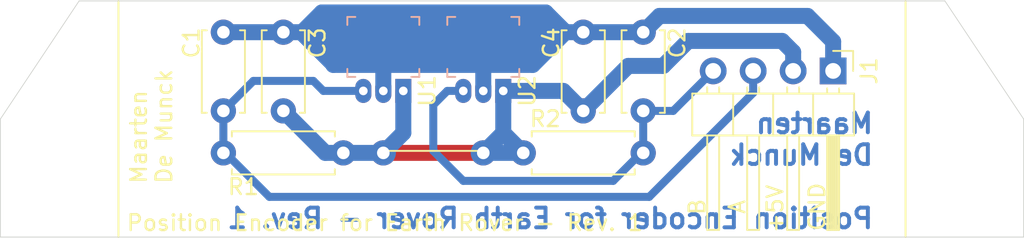
<source format=kicad_pcb>
(kicad_pcb (version 20171130) (host pcbnew 5.1.4+dfsg1-2)

  (general
    (thickness 1.6)
    (drawings 16)
    (tracks 59)
    (zones 0)
    (modules 11)
    (nets 5)
  )

  (page A4)
  (title_block
    (title "Position Encoder for Earth Rover")
    (date 2019-11-13)
    (rev 1)
    (company "Vijfendertig BVBA")
    (comment 1 "Designed by Maarten De Munck")
  )

  (layers
    (0 F.Cu signal)
    (31 B.Cu signal)
    (32 B.Adhes user)
    (33 F.Adhes user)
    (34 B.Paste user)
    (35 F.Paste user)
    (36 B.SilkS user)
    (37 F.SilkS user)
    (38 B.Mask user)
    (39 F.Mask user)
    (40 Dwgs.User user)
    (41 Cmts.User user)
    (42 Eco1.User user)
    (43 Eco2.User user)
    (44 Edge.Cuts user)
    (45 Margin user)
    (46 B.CrtYd user)
    (47 F.CrtYd user)
    (48 B.Fab user hide)
    (49 F.Fab user hide)
  )

  (setup
    (last_trace_width 1.016)
    (user_trace_width 0.508)
    (user_trace_width 1.016)
    (trace_clearance 0.2)
    (zone_clearance 0.508)
    (zone_45_only no)
    (trace_min 0.5)
    (via_size 0.8)
    (via_drill 0.4)
    (via_min_size 0.4)
    (via_min_drill 0.3)
    (uvia_size 0.3)
    (uvia_drill 0.1)
    (uvias_allowed no)
    (uvia_min_size 0.2)
    (uvia_min_drill 0.1)
    (edge_width 0.05)
    (segment_width 0.2)
    (pcb_text_width 0.3)
    (pcb_text_size 1.5 1.5)
    (mod_edge_width 0.12)
    (mod_text_size 1 1)
    (mod_text_width 0.15)
    (pad_size 1.524 1.524)
    (pad_drill 0.762)
    (pad_to_mask_clearance 0.051)
    (solder_mask_min_width 0.25)
    (aux_axis_origin 0 0)
    (visible_elements FFFFFF7F)
    (pcbplotparams
      (layerselection 0x010fc_ffffffff)
      (usegerberextensions false)
      (usegerberattributes false)
      (usegerberadvancedattributes false)
      (creategerberjobfile false)
      (excludeedgelayer true)
      (linewidth 0.100000)
      (plotframeref false)
      (viasonmask false)
      (mode 1)
      (useauxorigin false)
      (hpglpennumber 1)
      (hpglpenspeed 20)
      (hpglpendiameter 15.000000)
      (psnegative false)
      (psa4output false)
      (plotreference true)
      (plotvalue true)
      (plotinvisibletext false)
      (padsonsilk false)
      (subtractmaskfromsilk false)
      (outputformat 1)
      (mirror false)
      (drillshape 1)
      (scaleselection 1)
      (outputdirectory ""))
  )

  (net 0 "")
  (net 1 "Net-(C1-Pad1)")
  (net 2 GND)
  (net 3 "Net-(C2-Pad1)")
  (net 4 +5V)

  (net_class Default "Dit is de standaard class."
    (clearance 0.2)
    (trace_width 0.5)
    (via_dia 0.8)
    (via_drill 0.4)
    (uvia_dia 0.3)
    (uvia_drill 0.1)
    (diff_pair_width 0.5)
    (diff_pair_gap 0.25)
    (add_net +5V)
    (add_net GND)
    (add_net "Net-(C1-Pad1)")
    (add_net "Net-(C2-Pad1)")
  )

  (module MountingHole:MountingHole_2.7mm_M2.5_DIN965 (layer F.Cu) (tedit 56D1B4CB) (tstamp 5DCC5797)
    (at 128.4 87.7)
    (descr "Mounting Hole 2.7mm, no annular, M2.5, DIN965")
    (tags "mounting hole 2.7mm no annular m2.5 din965")
    (attr virtual)
    (fp_text reference REF** (at 0 -3.35) (layer F.SilkS) hide
      (effects (font (size 1 1) (thickness 0.15)))
    )
    (fp_text value MountingHole_2.7mm_M2.5_DIN965 (at 0 3.35) (layer F.Fab)
      (effects (font (size 1 1) (thickness 0.15)))
    )
    (fp_circle (center 0 0) (end 2.6 0) (layer F.CrtYd) (width 0.05))
    (fp_circle (center 0 0) (end 2.35 0) (layer Cmts.User) (width 0.15))
    (fp_text user %R (at 0.3 0) (layer F.Fab)
      (effects (font (size 1 1) (thickness 0.15)))
    )
    (pad 1 np_thru_hole circle (at 0 0) (size 2.7 2.7) (drill 2.7) (layers *.Cu *.Mask))
  )

  (module MountingHole:MountingHole_2.7mm_M2.5_DIN965 (layer F.Cu) (tedit 56D1B4CB) (tstamp 5DCC57C1)
    (at 186.4 87.7)
    (descr "Mounting Hole 2.7mm, no annular, M2.5, DIN965")
    (tags "mounting hole 2.7mm no annular m2.5 din965")
    (attr virtual)
    (fp_text reference REF** (at 0 -3.35) (layer F.SilkS) hide
      (effects (font (size 1 1) (thickness 0.15)))
    )
    (fp_text value MountingHole_2.7mm_M2.5_DIN965 (at 0 3.35) (layer F.Fab)
      (effects (font (size 1 1) (thickness 0.15)))
    )
    (fp_circle (center 0 0) (end 2.6 0) (layer F.CrtYd) (width 0.05))
    (fp_circle (center 0 0) (end 2.35 0) (layer Cmts.User) (width 0.15))
    (fp_text user %R (at 0.3 0) (layer F.Fab)
      (effects (font (size 1 1) (thickness 0.15)))
    )
    (pad 1 np_thru_hole circle (at 0 0) (size 2.7 2.7) (drill 2.7) (layers *.Cu *.Mask))
  )

  (module Connector_PinHeader_2.54mm:PinHeader_1x04_P2.54mm_Horizontal (layer F.Cu) (tedit 59FED5CB) (tstamp 5DCC58DE)
    (at 177.8 80.645 270)
    (descr "Through hole angled pin header, 1x04, 2.54mm pitch, 6mm pin length, single row")
    (tags "Through hole angled pin header THT 1x04 2.54mm single row")
    (path /5DCB9A7C)
    (fp_text reference J1 (at 0 -2.286 90) (layer F.SilkS)
      (effects (font (size 1 1) (thickness 0.15)))
    )
    (fp_text value Conn_01x04_Male (at 4.385 9.89 90) (layer F.Fab)
      (effects (font (size 1 1) (thickness 0.15)))
    )
    (fp_text user %R (at 2.77 3.81) (layer F.Fab)
      (effects (font (size 1 1) (thickness 0.15)))
    )
    (fp_line (start 10.55 -1.8) (end -1.8 -1.8) (layer F.CrtYd) (width 0.05))
    (fp_line (start 10.55 9.4) (end 10.55 -1.8) (layer F.CrtYd) (width 0.05))
    (fp_line (start -1.8 9.4) (end 10.55 9.4) (layer F.CrtYd) (width 0.05))
    (fp_line (start -1.8 -1.8) (end -1.8 9.4) (layer F.CrtYd) (width 0.05))
    (fp_line (start -1.27 -1.27) (end 0 -1.27) (layer F.SilkS) (width 0.12))
    (fp_line (start -1.27 0) (end -1.27 -1.27) (layer F.SilkS) (width 0.12))
    (fp_line (start 1.042929 8) (end 1.44 8) (layer F.SilkS) (width 0.12))
    (fp_line (start 1.042929 7.24) (end 1.44 7.24) (layer F.SilkS) (width 0.12))
    (fp_line (start 10.1 8) (end 4.1 8) (layer F.SilkS) (width 0.12))
    (fp_line (start 10.1 7.24) (end 10.1 8) (layer F.SilkS) (width 0.12))
    (fp_line (start 4.1 7.24) (end 10.1 7.24) (layer F.SilkS) (width 0.12))
    (fp_line (start 1.44 6.35) (end 4.1 6.35) (layer F.SilkS) (width 0.12))
    (fp_line (start 1.042929 5.46) (end 1.44 5.46) (layer F.SilkS) (width 0.12))
    (fp_line (start 1.042929 4.7) (end 1.44 4.7) (layer F.SilkS) (width 0.12))
    (fp_line (start 10.1 5.46) (end 4.1 5.46) (layer F.SilkS) (width 0.12))
    (fp_line (start 10.1 4.7) (end 10.1 5.46) (layer F.SilkS) (width 0.12))
    (fp_line (start 4.1 4.7) (end 10.1 4.7) (layer F.SilkS) (width 0.12))
    (fp_line (start 1.44 3.81) (end 4.1 3.81) (layer F.SilkS) (width 0.12))
    (fp_line (start 1.042929 2.92) (end 1.44 2.92) (layer F.SilkS) (width 0.12))
    (fp_line (start 1.042929 2.16) (end 1.44 2.16) (layer F.SilkS) (width 0.12))
    (fp_line (start 10.1 2.92) (end 4.1 2.92) (layer F.SilkS) (width 0.12))
    (fp_line (start 10.1 2.16) (end 10.1 2.92) (layer F.SilkS) (width 0.12))
    (fp_line (start 4.1 2.16) (end 10.1 2.16) (layer F.SilkS) (width 0.12))
    (fp_line (start 1.44 1.27) (end 4.1 1.27) (layer F.SilkS) (width 0.12))
    (fp_line (start 1.11 0.38) (end 1.44 0.38) (layer F.SilkS) (width 0.12))
    (fp_line (start 1.11 -0.38) (end 1.44 -0.38) (layer F.SilkS) (width 0.12))
    (fp_line (start 4.1 0.28) (end 10.1 0.28) (layer F.SilkS) (width 0.12))
    (fp_line (start 4.1 0.16) (end 10.1 0.16) (layer F.SilkS) (width 0.12))
    (fp_line (start 4.1 0.04) (end 10.1 0.04) (layer F.SilkS) (width 0.12))
    (fp_line (start 4.1 -0.08) (end 10.1 -0.08) (layer F.SilkS) (width 0.12))
    (fp_line (start 4.1 -0.2) (end 10.1 -0.2) (layer F.SilkS) (width 0.12))
    (fp_line (start 4.1 -0.32) (end 10.1 -0.32) (layer F.SilkS) (width 0.12))
    (fp_line (start 10.1 0.38) (end 4.1 0.38) (layer F.SilkS) (width 0.12))
    (fp_line (start 10.1 -0.38) (end 10.1 0.38) (layer F.SilkS) (width 0.12))
    (fp_line (start 4.1 -0.38) (end 10.1 -0.38) (layer F.SilkS) (width 0.12))
    (fp_line (start 4.1 -1.33) (end 1.44 -1.33) (layer F.SilkS) (width 0.12))
    (fp_line (start 4.1 8.95) (end 4.1 -1.33) (layer F.SilkS) (width 0.12))
    (fp_line (start 1.44 8.95) (end 4.1 8.95) (layer F.SilkS) (width 0.12))
    (fp_line (start 1.44 -1.33) (end 1.44 8.95) (layer F.SilkS) (width 0.12))
    (fp_line (start 4.04 7.94) (end 10.04 7.94) (layer F.Fab) (width 0.1))
    (fp_line (start 10.04 7.3) (end 10.04 7.94) (layer F.Fab) (width 0.1))
    (fp_line (start 4.04 7.3) (end 10.04 7.3) (layer F.Fab) (width 0.1))
    (fp_line (start -0.32 7.94) (end 1.5 7.94) (layer F.Fab) (width 0.1))
    (fp_line (start -0.32 7.3) (end -0.32 7.94) (layer F.Fab) (width 0.1))
    (fp_line (start -0.32 7.3) (end 1.5 7.3) (layer F.Fab) (width 0.1))
    (fp_line (start 4.04 5.4) (end 10.04 5.4) (layer F.Fab) (width 0.1))
    (fp_line (start 10.04 4.76) (end 10.04 5.4) (layer F.Fab) (width 0.1))
    (fp_line (start 4.04 4.76) (end 10.04 4.76) (layer F.Fab) (width 0.1))
    (fp_line (start -0.32 5.4) (end 1.5 5.4) (layer F.Fab) (width 0.1))
    (fp_line (start -0.32 4.76) (end -0.32 5.4) (layer F.Fab) (width 0.1))
    (fp_line (start -0.32 4.76) (end 1.5 4.76) (layer F.Fab) (width 0.1))
    (fp_line (start 4.04 2.86) (end 10.04 2.86) (layer F.Fab) (width 0.1))
    (fp_line (start 10.04 2.22) (end 10.04 2.86) (layer F.Fab) (width 0.1))
    (fp_line (start 4.04 2.22) (end 10.04 2.22) (layer F.Fab) (width 0.1))
    (fp_line (start -0.32 2.86) (end 1.5 2.86) (layer F.Fab) (width 0.1))
    (fp_line (start -0.32 2.22) (end -0.32 2.86) (layer F.Fab) (width 0.1))
    (fp_line (start -0.32 2.22) (end 1.5 2.22) (layer F.Fab) (width 0.1))
    (fp_line (start 4.04 0.32) (end 10.04 0.32) (layer F.Fab) (width 0.1))
    (fp_line (start 10.04 -0.32) (end 10.04 0.32) (layer F.Fab) (width 0.1))
    (fp_line (start 4.04 -0.32) (end 10.04 -0.32) (layer F.Fab) (width 0.1))
    (fp_line (start -0.32 0.32) (end 1.5 0.32) (layer F.Fab) (width 0.1))
    (fp_line (start -0.32 -0.32) (end -0.32 0.32) (layer F.Fab) (width 0.1))
    (fp_line (start -0.32 -0.32) (end 1.5 -0.32) (layer F.Fab) (width 0.1))
    (fp_line (start 1.5 -0.635) (end 2.135 -1.27) (layer F.Fab) (width 0.1))
    (fp_line (start 1.5 8.89) (end 1.5 -0.635) (layer F.Fab) (width 0.1))
    (fp_line (start 4.04 8.89) (end 1.5 8.89) (layer F.Fab) (width 0.1))
    (fp_line (start 4.04 -1.27) (end 4.04 8.89) (layer F.Fab) (width 0.1))
    (fp_line (start 2.135 -1.27) (end 4.04 -1.27) (layer F.Fab) (width 0.1))
    (pad 4 thru_hole oval (at 0 7.62 270) (size 1.7 1.7) (drill 1) (layers *.Cu *.Mask)
      (net 3 "Net-(C2-Pad1)"))
    (pad 3 thru_hole oval (at 0 5.08 270) (size 1.7 1.7) (drill 1) (layers *.Cu *.Mask)
      (net 1 "Net-(C1-Pad1)"))
    (pad 2 thru_hole oval (at 0 2.54 270) (size 1.7 1.7) (drill 1) (layers *.Cu *.Mask)
      (net 4 +5V))
    (pad 1 thru_hole rect (at 0 0 270) (size 1.7 1.7) (drill 1) (layers *.Cu *.Mask)
      (net 2 GND))
    (model ${KISYS3DMOD}/Connector_PinHeader_2.54mm.3dshapes/PinHeader_1x04_P2.54mm_Horizontal.wrl
      (at (xyz 0 0 0))
      (scale (xyz 1 1 1))
      (rotate (xyz 0 0 0))
    )
  )

  (module Capacitor_THT:C_Disc_D5.0mm_W2.5mm_P5.00mm (layer F.Cu) (tedit 5AE50EF0) (tstamp 5DCC5A17)
    (at 139.065 83.185 90)
    (descr "C, Disc series, Radial, pin pitch=5.00mm, , diameter*width=5*2.5mm^2, Capacitor, http://cdn-reichelt.de/documents/datenblatt/B300/DS_KERKO_TC.pdf")
    (tags "C Disc series Radial pin pitch 5.00mm  diameter 5mm width 2.5mm Capacitor")
    (path /5DC9E08A)
    (fp_text reference C1 (at 4.318 -2.032 90) (layer F.SilkS)
      (effects (font (size 1 1) (thickness 0.15)))
    )
    (fp_text value 4.7nF (at 2.5 2.5 90) (layer F.Fab)
      (effects (font (size 1 1) (thickness 0.15)))
    )
    (fp_text user %R (at 2.5 0 90) (layer F.Fab)
      (effects (font (size 1 1) (thickness 0.15)))
    )
    (fp_line (start 6.05 -1.5) (end -1.05 -1.5) (layer F.CrtYd) (width 0.05))
    (fp_line (start 6.05 1.5) (end 6.05 -1.5) (layer F.CrtYd) (width 0.05))
    (fp_line (start -1.05 1.5) (end 6.05 1.5) (layer F.CrtYd) (width 0.05))
    (fp_line (start -1.05 -1.5) (end -1.05 1.5) (layer F.CrtYd) (width 0.05))
    (fp_line (start 5.12 1.055) (end 5.12 1.37) (layer F.SilkS) (width 0.12))
    (fp_line (start 5.12 -1.37) (end 5.12 -1.055) (layer F.SilkS) (width 0.12))
    (fp_line (start -0.12 1.055) (end -0.12 1.37) (layer F.SilkS) (width 0.12))
    (fp_line (start -0.12 -1.37) (end -0.12 -1.055) (layer F.SilkS) (width 0.12))
    (fp_line (start -0.12 1.37) (end 5.12 1.37) (layer F.SilkS) (width 0.12))
    (fp_line (start -0.12 -1.37) (end 5.12 -1.37) (layer F.SilkS) (width 0.12))
    (fp_line (start 5 -1.25) (end 0 -1.25) (layer F.Fab) (width 0.1))
    (fp_line (start 5 1.25) (end 5 -1.25) (layer F.Fab) (width 0.1))
    (fp_line (start 0 1.25) (end 5 1.25) (layer F.Fab) (width 0.1))
    (fp_line (start 0 -1.25) (end 0 1.25) (layer F.Fab) (width 0.1))
    (pad 2 thru_hole circle (at 5 0 90) (size 1.6 1.6) (drill 0.8) (layers *.Cu *.Mask)
      (net 2 GND))
    (pad 1 thru_hole circle (at 0 0 90) (size 1.6 1.6) (drill 0.8) (layers *.Cu *.Mask)
      (net 1 "Net-(C1-Pad1)"))
    (model ${KISYS3DMOD}/Capacitor_THT.3dshapes/C_Disc_D5.0mm_W2.5mm_P5.00mm.wrl
      (at (xyz 0 0 0))
      (scale (xyz 1 1 1))
      (rotate (xyz 0 0 0))
    )
  )

  (module Capacitor_THT:C_Disc_D5.0mm_W2.5mm_P5.00mm (layer F.Cu) (tedit 5AE50EF0) (tstamp 5DCC5A53)
    (at 165.735 83.185 90)
    (descr "C, Disc series, Radial, pin pitch=5.00mm, , diameter*width=5*2.5mm^2, Capacitor, http://cdn-reichelt.de/documents/datenblatt/B300/DS_KERKO_TC.pdf")
    (tags "C Disc series Radial pin pitch 5.00mm  diameter 5mm width 2.5mm Capacitor")
    (path /5DC9E995)
    (fp_text reference C2 (at 4.318 2.159 90) (layer F.SilkS)
      (effects (font (size 1 1) (thickness 0.15)))
    )
    (fp_text value 4.7nF (at 2.5 2.5 90) (layer F.Fab)
      (effects (font (size 1 1) (thickness 0.15)))
    )
    (fp_text user %R (at 2.5 0 90) (layer F.Fab)
      (effects (font (size 1 1) (thickness 0.15)))
    )
    (fp_line (start 6.05 -1.5) (end -1.05 -1.5) (layer F.CrtYd) (width 0.05))
    (fp_line (start 6.05 1.5) (end 6.05 -1.5) (layer F.CrtYd) (width 0.05))
    (fp_line (start -1.05 1.5) (end 6.05 1.5) (layer F.CrtYd) (width 0.05))
    (fp_line (start -1.05 -1.5) (end -1.05 1.5) (layer F.CrtYd) (width 0.05))
    (fp_line (start 5.12 1.055) (end 5.12 1.37) (layer F.SilkS) (width 0.12))
    (fp_line (start 5.12 -1.37) (end 5.12 -1.055) (layer F.SilkS) (width 0.12))
    (fp_line (start -0.12 1.055) (end -0.12 1.37) (layer F.SilkS) (width 0.12))
    (fp_line (start -0.12 -1.37) (end -0.12 -1.055) (layer F.SilkS) (width 0.12))
    (fp_line (start -0.12 1.37) (end 5.12 1.37) (layer F.SilkS) (width 0.12))
    (fp_line (start -0.12 -1.37) (end 5.12 -1.37) (layer F.SilkS) (width 0.12))
    (fp_line (start 5 -1.25) (end 0 -1.25) (layer F.Fab) (width 0.1))
    (fp_line (start 5 1.25) (end 5 -1.25) (layer F.Fab) (width 0.1))
    (fp_line (start 0 1.25) (end 5 1.25) (layer F.Fab) (width 0.1))
    (fp_line (start 0 -1.25) (end 0 1.25) (layer F.Fab) (width 0.1))
    (pad 2 thru_hole circle (at 5 0 90) (size 1.6 1.6) (drill 0.8) (layers *.Cu *.Mask)
      (net 2 GND))
    (pad 1 thru_hole circle (at 0 0 90) (size 1.6 1.6) (drill 0.8) (layers *.Cu *.Mask)
      (net 3 "Net-(C2-Pad1)"))
    (model ${KISYS3DMOD}/Capacitor_THT.3dshapes/C_Disc_D5.0mm_W2.5mm_P5.00mm.wrl
      (at (xyz 0 0 0))
      (scale (xyz 1 1 1))
      (rotate (xyz 0 0 0))
    )
  )

  (module Capacitor_THT:C_Disc_D5.0mm_W2.5mm_P5.00mm (layer F.Cu) (tedit 5AE50EF0) (tstamp 5DCC6D88)
    (at 142.875 83.185 90)
    (descr "C, Disc series, Radial, pin pitch=5.00mm, , diameter*width=5*2.5mm^2, Capacitor, http://cdn-reichelt.de/documents/datenblatt/B300/DS_KERKO_TC.pdf")
    (tags "C Disc series Radial pin pitch 5.00mm  diameter 5mm width 2.5mm Capacitor")
    (path /5DC9D68E)
    (fp_text reference C3 (at 4.318 2.159 90) (layer F.SilkS)
      (effects (font (size 1 1) (thickness 0.15)))
    )
    (fp_text value 4.7nF (at 2.5 2.5 90) (layer F.Fab)
      (effects (font (size 1 1) (thickness 0.15)))
    )
    (fp_text user %R (at 2.5 0 90) (layer F.Fab)
      (effects (font (size 1 1) (thickness 0.15)))
    )
    (fp_line (start 6.05 -1.5) (end -1.05 -1.5) (layer F.CrtYd) (width 0.05))
    (fp_line (start 6.05 1.5) (end 6.05 -1.5) (layer F.CrtYd) (width 0.05))
    (fp_line (start -1.05 1.5) (end 6.05 1.5) (layer F.CrtYd) (width 0.05))
    (fp_line (start -1.05 -1.5) (end -1.05 1.5) (layer F.CrtYd) (width 0.05))
    (fp_line (start 5.12 1.055) (end 5.12 1.37) (layer F.SilkS) (width 0.12))
    (fp_line (start 5.12 -1.37) (end 5.12 -1.055) (layer F.SilkS) (width 0.12))
    (fp_line (start -0.12 1.055) (end -0.12 1.37) (layer F.SilkS) (width 0.12))
    (fp_line (start -0.12 -1.37) (end -0.12 -1.055) (layer F.SilkS) (width 0.12))
    (fp_line (start -0.12 1.37) (end 5.12 1.37) (layer F.SilkS) (width 0.12))
    (fp_line (start -0.12 -1.37) (end 5.12 -1.37) (layer F.SilkS) (width 0.12))
    (fp_line (start 5 -1.25) (end 0 -1.25) (layer F.Fab) (width 0.1))
    (fp_line (start 5 1.25) (end 5 -1.25) (layer F.Fab) (width 0.1))
    (fp_line (start 0 1.25) (end 5 1.25) (layer F.Fab) (width 0.1))
    (fp_line (start 0 -1.25) (end 0 1.25) (layer F.Fab) (width 0.1))
    (pad 2 thru_hole circle (at 5 0 90) (size 1.6 1.6) (drill 0.8) (layers *.Cu *.Mask)
      (net 2 GND))
    (pad 1 thru_hole circle (at 0 0 90) (size 1.6 1.6) (drill 0.8) (layers *.Cu *.Mask)
      (net 4 +5V))
    (model ${KISYS3DMOD}/Capacitor_THT.3dshapes/C_Disc_D5.0mm_W2.5mm_P5.00mm.wrl
      (at (xyz 0 0 0))
      (scale (xyz 1 1 1))
      (rotate (xyz 0 0 0))
    )
  )

  (module Capacitor_THT:C_Disc_D5.0mm_W2.5mm_P5.00mm (layer F.Cu) (tedit 5AE50EF0) (tstamp 5DCC57FB)
    (at 161.925 83.185 90)
    (descr "C, Disc series, Radial, pin pitch=5.00mm, , diameter*width=5*2.5mm^2, Capacitor, http://cdn-reichelt.de/documents/datenblatt/B300/DS_KERKO_TC.pdf")
    (tags "C Disc series Radial pin pitch 5.00mm  diameter 5mm width 2.5mm Capacitor")
    (path /5DC9EE2B)
    (fp_text reference C4 (at 4.318 -2.032 90) (layer F.SilkS)
      (effects (font (size 1 1) (thickness 0.15)))
    )
    (fp_text value 4.7nF (at 2.5 2.5 90) (layer F.Fab)
      (effects (font (size 1 1) (thickness 0.15)))
    )
    (fp_text user %R (at 2.5 0 90) (layer F.Fab)
      (effects (font (size 1 1) (thickness 0.15)))
    )
    (fp_line (start 6.05 -1.5) (end -1.05 -1.5) (layer F.CrtYd) (width 0.05))
    (fp_line (start 6.05 1.5) (end 6.05 -1.5) (layer F.CrtYd) (width 0.05))
    (fp_line (start -1.05 1.5) (end 6.05 1.5) (layer F.CrtYd) (width 0.05))
    (fp_line (start -1.05 -1.5) (end -1.05 1.5) (layer F.CrtYd) (width 0.05))
    (fp_line (start 5.12 1.055) (end 5.12 1.37) (layer F.SilkS) (width 0.12))
    (fp_line (start 5.12 -1.37) (end 5.12 -1.055) (layer F.SilkS) (width 0.12))
    (fp_line (start -0.12 1.055) (end -0.12 1.37) (layer F.SilkS) (width 0.12))
    (fp_line (start -0.12 -1.37) (end -0.12 -1.055) (layer F.SilkS) (width 0.12))
    (fp_line (start -0.12 1.37) (end 5.12 1.37) (layer F.SilkS) (width 0.12))
    (fp_line (start -0.12 -1.37) (end 5.12 -1.37) (layer F.SilkS) (width 0.12))
    (fp_line (start 5 -1.25) (end 0 -1.25) (layer F.Fab) (width 0.1))
    (fp_line (start 5 1.25) (end 5 -1.25) (layer F.Fab) (width 0.1))
    (fp_line (start 0 1.25) (end 5 1.25) (layer F.Fab) (width 0.1))
    (fp_line (start 0 -1.25) (end 0 1.25) (layer F.Fab) (width 0.1))
    (pad 2 thru_hole circle (at 5 0 90) (size 1.6 1.6) (drill 0.8) (layers *.Cu *.Mask)
      (net 2 GND))
    (pad 1 thru_hole circle (at 0 0 90) (size 1.6 1.6) (drill 0.8) (layers *.Cu *.Mask)
      (net 4 +5V))
    (model ${KISYS3DMOD}/Capacitor_THT.3dshapes/C_Disc_D5.0mm_W2.5mm_P5.00mm.wrl
      (at (xyz 0 0 0))
      (scale (xyz 1 1 1))
      (rotate (xyz 0 0 0))
    )
  )

  (module Resistor_THT:R_Axial_DIN0207_L6.3mm_D2.5mm_P7.62mm_Horizontal (layer F.Cu) (tedit 5AE5139B) (tstamp 5DCC598C)
    (at 146.685 85.852 180)
    (descr "Resistor, Axial_DIN0207 series, Axial, Horizontal, pin pitch=7.62mm, 0.25W = 1/4W, length*diameter=6.3*2.5mm^2, http://cdn-reichelt.de/documents/datenblatt/B400/1_4W%23YAG.pdf")
    (tags "Resistor Axial_DIN0207 series Axial Horizontal pin pitch 7.62mm 0.25W = 1/4W length 6.3mm diameter 2.5mm")
    (path /5DCA141F)
    (fp_text reference R1 (at 6.35 -2.159) (layer F.SilkS)
      (effects (font (size 1 1) (thickness 0.15)))
    )
    (fp_text value 10kΩ (at 3.81 2.37) (layer F.Fab)
      (effects (font (size 1 1) (thickness 0.15)))
    )
    (fp_text user %R (at 3.81 0) (layer F.Fab)
      (effects (font (size 1 1) (thickness 0.15)))
    )
    (fp_line (start 8.67 -1.5) (end -1.05 -1.5) (layer F.CrtYd) (width 0.05))
    (fp_line (start 8.67 1.5) (end 8.67 -1.5) (layer F.CrtYd) (width 0.05))
    (fp_line (start -1.05 1.5) (end 8.67 1.5) (layer F.CrtYd) (width 0.05))
    (fp_line (start -1.05 -1.5) (end -1.05 1.5) (layer F.CrtYd) (width 0.05))
    (fp_line (start 7.08 1.37) (end 7.08 1.04) (layer F.SilkS) (width 0.12))
    (fp_line (start 0.54 1.37) (end 7.08 1.37) (layer F.SilkS) (width 0.12))
    (fp_line (start 0.54 1.04) (end 0.54 1.37) (layer F.SilkS) (width 0.12))
    (fp_line (start 7.08 -1.37) (end 7.08 -1.04) (layer F.SilkS) (width 0.12))
    (fp_line (start 0.54 -1.37) (end 7.08 -1.37) (layer F.SilkS) (width 0.12))
    (fp_line (start 0.54 -1.04) (end 0.54 -1.37) (layer F.SilkS) (width 0.12))
    (fp_line (start 7.62 0) (end 6.96 0) (layer F.Fab) (width 0.1))
    (fp_line (start 0 0) (end 0.66 0) (layer F.Fab) (width 0.1))
    (fp_line (start 6.96 -1.25) (end 0.66 -1.25) (layer F.Fab) (width 0.1))
    (fp_line (start 6.96 1.25) (end 6.96 -1.25) (layer F.Fab) (width 0.1))
    (fp_line (start 0.66 1.25) (end 6.96 1.25) (layer F.Fab) (width 0.1))
    (fp_line (start 0.66 -1.25) (end 0.66 1.25) (layer F.Fab) (width 0.1))
    (pad 2 thru_hole oval (at 7.62 0 180) (size 1.6 1.6) (drill 0.8) (layers *.Cu *.Mask)
      (net 1 "Net-(C1-Pad1)"))
    (pad 1 thru_hole circle (at 0 0 180) (size 1.6 1.6) (drill 0.8) (layers *.Cu *.Mask)
      (net 4 +5V))
    (model ${KISYS3DMOD}/Resistor_THT.3dshapes/R_Axial_DIN0207_L6.3mm_D2.5mm_P7.62mm_Horizontal.wrl
      (at (xyz 0 0 0))
      (scale (xyz 1 1 1))
      (rotate (xyz 0 0 0))
    )
  )

  (module Resistor_THT:R_Axial_DIN0207_L6.3mm_D2.5mm_P7.62mm_Horizontal (layer F.Cu) (tedit 5AE5139B) (tstamp 5DCD9FE8)
    (at 158.115 85.852)
    (descr "Resistor, Axial_DIN0207 series, Axial, Horizontal, pin pitch=7.62mm, 0.25W = 1/4W, length*diameter=6.3*2.5mm^2, http://cdn-reichelt.de/documents/datenblatt/B400/1_4W%23YAG.pdf")
    (tags "Resistor Axial_DIN0207 series Axial Horizontal pin pitch 7.62mm 0.25W = 1/4W length 6.3mm diameter 2.5mm")
    (path /5DCA1A9C)
    (fp_text reference R2 (at 1.397 -2.159) (layer F.SilkS)
      (effects (font (size 1 1) (thickness 0.15)))
    )
    (fp_text value 10kΩ (at 3.81 2.37) (layer F.Fab)
      (effects (font (size 1 1) (thickness 0.15)))
    )
    (fp_text user %R (at 3.81 0) (layer F.Fab)
      (effects (font (size 1 1) (thickness 0.15)))
    )
    (fp_line (start 8.67 -1.5) (end -1.05 -1.5) (layer F.CrtYd) (width 0.05))
    (fp_line (start 8.67 1.5) (end 8.67 -1.5) (layer F.CrtYd) (width 0.05))
    (fp_line (start -1.05 1.5) (end 8.67 1.5) (layer F.CrtYd) (width 0.05))
    (fp_line (start -1.05 -1.5) (end -1.05 1.5) (layer F.CrtYd) (width 0.05))
    (fp_line (start 7.08 1.37) (end 7.08 1.04) (layer F.SilkS) (width 0.12))
    (fp_line (start 0.54 1.37) (end 7.08 1.37) (layer F.SilkS) (width 0.12))
    (fp_line (start 0.54 1.04) (end 0.54 1.37) (layer F.SilkS) (width 0.12))
    (fp_line (start 7.08 -1.37) (end 7.08 -1.04) (layer F.SilkS) (width 0.12))
    (fp_line (start 0.54 -1.37) (end 7.08 -1.37) (layer F.SilkS) (width 0.12))
    (fp_line (start 0.54 -1.04) (end 0.54 -1.37) (layer F.SilkS) (width 0.12))
    (fp_line (start 7.62 0) (end 6.96 0) (layer F.Fab) (width 0.1))
    (fp_line (start 0 0) (end 0.66 0) (layer F.Fab) (width 0.1))
    (fp_line (start 6.96 -1.25) (end 0.66 -1.25) (layer F.Fab) (width 0.1))
    (fp_line (start 6.96 1.25) (end 6.96 -1.25) (layer F.Fab) (width 0.1))
    (fp_line (start 0.66 1.25) (end 6.96 1.25) (layer F.Fab) (width 0.1))
    (fp_line (start 0.66 -1.25) (end 0.66 1.25) (layer F.Fab) (width 0.1))
    (pad 2 thru_hole oval (at 7.62 0) (size 1.6 1.6) (drill 0.8) (layers *.Cu *.Mask)
      (net 3 "Net-(C2-Pad1)"))
    (pad 1 thru_hole circle (at 0 0) (size 1.6 1.6) (drill 0.8) (layers *.Cu *.Mask)
      (net 4 +5V))
    (model ${KISYS3DMOD}/Resistor_THT.3dshapes/R_Axial_DIN0207_L6.3mm_D2.5mm_P7.62mm_Horizontal.wrl
      (at (xyz 0 0 0))
      (scale (xyz 1 1 1))
      (rotate (xyz 0 0 0))
    )
  )

  (module earth-rover-custom-footprints:PG-SSO-3-2_W2.54mm_Horizontal_Down (layer F.Cu) (tedit 5DCD4A4F) (tstamp 5DCD9F3C)
    (at 150.495 81.915 270)
    (path /5DC99980)
    (fp_text reference U1 (at 0 -1.524 90) (layer F.SilkS)
      (effects (font (size 1 1) (thickness 0.15)))
    )
    (fp_text value TLE4905L (at -2.54 4.445 90) (layer F.Fab)
      (effects (font (size 1 1) (thickness 0.15)))
    )
    (fp_line (start -4.826 3.683) (end -4.826 -1.143) (layer B.CrtYd) (width 0.12))
    (fp_line (start 0.889 3.683) (end -4.826 3.683) (layer B.CrtYd) (width 0.12))
    (fp_line (start 0.889 -1.143) (end 0.889 3.683) (layer B.CrtYd) (width 0.12))
    (fp_line (start -4.826 -1.143) (end 0.889 -1.143) (layer B.CrtYd) (width 0.12))
    (fp_line (start -4.445 3.302) (end -4.445 -0.762) (layer B.Fab) (width 0.12))
    (fp_line (start -1.143 3.302) (end -4.445 3.302) (layer B.Fab) (width 0.12))
    (fp_line (start -1.143 -0.762) (end -1.143 3.302) (layer B.Fab) (width 0.12))
    (fp_line (start -4.445 -0.762) (end -1.143 -0.762) (layer B.Fab) (width 0.12))
    (fp_line (start -4.699 3.556) (end -4.699 3.048) (layer B.SilkS) (width 0.12))
    (fp_line (start -4.191 3.556) (end -4.699 3.556) (layer B.SilkS) (width 0.12))
    (fp_line (start -0.889 3.556) (end -1.397 3.556) (layer B.SilkS) (width 0.12))
    (fp_line (start -0.889 3.048) (end -0.889 3.556) (layer B.SilkS) (width 0.12))
    (fp_line (start -0.889 -1.016) (end -0.889 -0.508) (layer B.SilkS) (width 0.12))
    (fp_line (start -1.397 -1.016) (end -0.889 -1.016) (layer B.SilkS) (width 0.12))
    (fp_line (start -4.699 -1.016) (end -4.191 -1.016) (layer B.SilkS) (width 0.12))
    (fp_line (start -4.699 -0.508) (end -4.699 -1.016) (layer B.SilkS) (width 0.12))
    (pad 3 thru_hole oval (at 0 2.54 270) (size 1.524 1.016) (drill 0.55) (layers *.Cu *.Mask)
      (net 1 "Net-(C1-Pad1)"))
    (pad 2 thru_hole oval (at 0 1.27 270) (size 1.524 1.016) (drill 0.55) (layers *.Cu *.Mask)
      (net 2 GND))
    (pad 1 thru_hole rect (at 0 0 270) (size 1.524 1.016) (drill 0.55) (layers *.Cu *.Mask)
      (net 4 +5V))
  )

  (module earth-rover-custom-footprints:PG-SSO-3-2_W2.54mm_Horizontal_Down (layer F.Cu) (tedit 5DCD4A4F) (tstamp 5DCC5AE2)
    (at 156.845 81.915 270)
    (path /5DC9BFD9)
    (fp_text reference U2 (at 0 -1.524 90) (layer F.SilkS)
      (effects (font (size 1 1) (thickness 0.15)))
    )
    (fp_text value TLE4905L (at -2.54 4.445 90) (layer F.Fab)
      (effects (font (size 1 1) (thickness 0.15)))
    )
    (fp_line (start -4.826 3.683) (end -4.826 -1.143) (layer B.CrtYd) (width 0.12))
    (fp_line (start 0.889 3.683) (end -4.826 3.683) (layer B.CrtYd) (width 0.12))
    (fp_line (start 0.889 -1.143) (end 0.889 3.683) (layer B.CrtYd) (width 0.12))
    (fp_line (start -4.826 -1.143) (end 0.889 -1.143) (layer B.CrtYd) (width 0.12))
    (fp_line (start -4.445 3.302) (end -4.445 -0.762) (layer B.Fab) (width 0.12))
    (fp_line (start -1.143 3.302) (end -4.445 3.302) (layer B.Fab) (width 0.12))
    (fp_line (start -1.143 -0.762) (end -1.143 3.302) (layer B.Fab) (width 0.12))
    (fp_line (start -4.445 -0.762) (end -1.143 -0.762) (layer B.Fab) (width 0.12))
    (fp_line (start -4.699 3.556) (end -4.699 3.048) (layer B.SilkS) (width 0.12))
    (fp_line (start -4.191 3.556) (end -4.699 3.556) (layer B.SilkS) (width 0.12))
    (fp_line (start -0.889 3.556) (end -1.397 3.556) (layer B.SilkS) (width 0.12))
    (fp_line (start -0.889 3.048) (end -0.889 3.556) (layer B.SilkS) (width 0.12))
    (fp_line (start -0.889 -1.016) (end -0.889 -0.508) (layer B.SilkS) (width 0.12))
    (fp_line (start -1.397 -1.016) (end -0.889 -1.016) (layer B.SilkS) (width 0.12))
    (fp_line (start -4.699 -1.016) (end -4.191 -1.016) (layer B.SilkS) (width 0.12))
    (fp_line (start -4.699 -0.508) (end -4.699 -1.016) (layer B.SilkS) (width 0.12))
    (pad 3 thru_hole oval (at 0 2.54 270) (size 1.524 1.016) (drill 0.55) (layers *.Cu *.Mask)
      (net 3 "Net-(C2-Pad1)"))
    (pad 2 thru_hole oval (at 0 1.27 270) (size 1.524 1.016) (drill 0.55) (layers *.Cu *.Mask)
      (net 2 GND))
    (pad 1 thru_hole rect (at 0 0 270) (size 1.524 1.016) (drill 0.55) (layers *.Cu *.Mask)
      (net 4 +5V))
  )

  (gr_line (start 149.225 85.725) (end 155.575 85.725) (layer F.SilkS) (width 0.12))
  (gr_line (start 129.9 76.2) (end 184.9 76.2) (layer Edge.Cuts) (width 0.05) (tstamp 5DCD9F09))
  (gr_text "Maarten\nDe Munck" (at 134.493 87.884 90) (layer F.SilkS)
    (effects (font (size 1 1) (thickness 0.15)) (justify left))
  )
  (gr_text "Maarten\nDe Munck\n\nPosition Encoder for Earth Rover - Rev. 1\n" (at 180.467 86.995) (layer B.Cu)
    (effects (font (size 1.25 1.25) (thickness 0.25)) (justify left mirror))
  )
  (gr_text "Position Encoder for Earth Rover - Rev. 1" (at 132.842 90.297) (layer F.SilkS)
    (effects (font (size 1 1) (thickness 0.15)) (justify left))
  )
  (gr_text +5V (at 174.117 89.408 90) (layer F.SilkS)
    (effects (font (size 1 1) (thickness 0.15)))
  )
  (gr_text GND (at 176.784 89.281 90) (layer F.SilkS)
    (effects (font (size 1 1) (thickness 0.15)))
  )
  (gr_text B (at 169.164 89.281 90) (layer F.SilkS)
    (effects (font (size 1 1) (thickness 0.15)))
  )
  (gr_text A (at 171.704 89.281 90) (layer F.SilkS)
    (effects (font (size 1 1) (thickness 0.15)))
  )
  (gr_line (start 124.9 83.7) (end 129.9 76.2) (layer Edge.Cuts) (width 0.05))
  (gr_line (start 124.9 91.2) (end 124.9 83.7) (layer Edge.Cuts) (width 0.05))
  (gr_line (start 189.9 83.7) (end 184.9 76.2) (layer Edge.Cuts) (width 0.05))
  (gr_line (start 189.9 91.2) (end 189.9 83.7) (layer Edge.Cuts) (width 0.05))
  (gr_line (start 124.9 91.2) (end 189.9 91.2) (layer Edge.Cuts) (width 0.05))
  (gr_line (start 182.4 76.2) (end 182.4 91.2) (layer F.SilkS) (width 0.12) (tstamp 5DCC59BC))
  (gr_line (start 132.4 76.2) (end 132.4 91.2) (layer F.SilkS) (width 0.12) (tstamp 5DCC5890))

  (segment (start 149.18963 80.264) (end 146.05 80.264) (width 1.016) (layer B.Cu) (net 2) (tstamp 5DCDA1D4))
  (segment (start 140.97 81.28) (end 139.065 83.185) (width 0.508) (layer B.Cu) (net 1))
  (segment (start 140.97 81.28) (end 144.78 81.28) (width 0.508) (layer B.Cu) (net 1))
  (segment (start 145.415 81.915) (end 147.955 81.915) (width 0.508) (layer B.Cu) (net 1))
  (segment (start 144.78 81.28) (end 145.415 81.915) (width 0.508) (layer B.Cu) (net 1))
  (segment (start 139.065 83.185) (end 139.065 85.725) (width 0.508) (layer B.Cu) (net 1))
  (segment (start 139.065 85.725) (end 141.986 88.646) (width 0.508) (layer B.Cu) (net 1))
  (segment (start 172.72 80.645) (end 172.72 82.042) (width 0.508) (layer B.Cu) (net 1))
  (segment (start 172.72 82.042) (end 166.116 88.646) (width 0.508) (layer B.Cu) (net 1))
  (segment (start 166.116 88.646) (end 141.986 88.646) (width 0.508) (layer B.Cu) (net 1))
  (segment (start 142.875 78.185) (end 139.065 78.185) (width 1.016) (layer B.Cu) (net 2))
  (segment (start 161.925 78.185) (end 165.735 78.185) (width 1.016) (layer B.Cu) (net 2))
  (segment (start 165.735 78.185) (end 166.7675 77.1525) (width 1.016) (layer B.Cu) (net 2))
  (segment (start 177.8 78.779) (end 177.8 80.645) (width 1.016) (layer B.Cu) (net 2))
  (segment (start 166.7675 77.1525) (end 176.1735 77.1525) (width 1.016) (layer B.Cu) (net 2))
  (segment (start 176.1735 77.1525) (end 177.8 78.779) (width 1.016) (layer B.Cu) (net 2))
  (segment (start 155.575 81.915) (end 155.575 80.264) (width 1.016) (layer B.Cu) (net 2))
  (segment (start 149.225 81.915) (end 149.225 80.264) (width 1.016) (layer B.Cu) (net 2))
  (segment (start 149.225 80.264) (end 155.575 80.264) (width 1.016) (layer B.Cu) (net 2))
  (segment (start 158.71463 80.264) (end 155.575 80.264) (width 1.016) (layer B.Cu) (net 2))
  (segment (start 160.79363 78.185) (end 158.71463 80.264) (width 1.016) (layer B.Cu) (net 2))
  (segment (start 161.925 78.185) (end 160.79363 78.185) (width 1.016) (layer B.Cu) (net 2))
  (segment (start 144.00637 78.185) (end 146.05 80.22863) (width 1.016) (layer B.Cu) (net 2))
  (segment (start 146.05 80.22863) (end 146.05 80.264) (width 1.016) (layer B.Cu) (net 2))
  (segment (start 142.875 78.185) (end 144.00637 78.185) (width 1.016) (layer B.Cu) (net 2))
  (segment (start 144.065 78.185) (end 145.31699 76.93301) (width 1.016) (layer B.Cu) (net 2))
  (segment (start 144.00637 78.185) (end 144.065 78.185) (width 1.016) (layer B.Cu) (net 2))
  (segment (start 159.54164 76.93301) (end 160.79363 78.185) (width 1.016) (layer B.Cu) (net 2))
  (segment (start 145.31699 76.93301) (end 159.54164 76.93301) (width 1.016) (layer B.Cu) (net 2))
  (segment (start 167.64 83.185) (end 170.18 80.645) (width 0.508) (layer B.Cu) (net 3))
  (segment (start 165.735 83.185) (end 167.64 83.185) (width 0.508) (layer B.Cu) (net 3))
  (segment (start 154.305 81.915) (end 154.305 82.169) (width 0.508) (layer B.Cu) (net 3))
  (segment (start 165.735 83.185) (end 165.735 85.725) (width 0.508) (layer B.Cu) (net 3))
  (segment (start 153.289 81.915) (end 152.4 82.804) (width 0.508) (layer B.Cu) (net 3))
  (segment (start 154.305 81.915) (end 153.289 81.915) (width 0.508) (layer B.Cu) (net 3))
  (segment (start 152.4 82.804) (end 152.4 85.725) (width 0.508) (layer B.Cu) (net 3))
  (segment (start 152.4 85.725) (end 154.305 87.63) (width 0.508) (layer B.Cu) (net 3))
  (segment (start 163.83 87.63) (end 165.735 85.725) (width 0.508) (layer B.Cu) (net 3))
  (segment (start 154.305 87.63) (end 163.83 87.63) (width 0.508) (layer B.Cu) (net 3))
  (via (at 149.225 85.852) (size 1.6) (drill 0.8) (layers F.Cu B.Cu) (net 4) (tstamp 5DCDA060))
  (via (at 155.575 85.852) (size 1.6) (drill 0.8) (layers F.Cu B.Cu) (net 4) (status 1000000))
  (segment (start 175.26 79.442919) (end 175.26 80.645) (width 1.016) (layer B.Cu) (net 4))
  (segment (start 174.557081 78.74) (end 175.26 79.442919) (width 1.016) (layer B.Cu) (net 4))
  (segment (start 168.5925 78.74) (end 174.557081 78.74) (width 1.016) (layer B.Cu) (net 4))
  (segment (start 167.005 80.3275) (end 168.5925 78.74) (width 1.016) (layer B.Cu) (net 4))
  (segment (start 161.925 83.185) (end 164.7825 80.3275) (width 1.016) (layer B.Cu) (net 4))
  (segment (start 164.7825 80.3275) (end 167.005 80.3275) (width 1.016) (layer B.Cu) (net 4) (tstamp 5DCC7420))
  (segment (start 160.655 81.915) (end 161.925 83.185) (width 1.016) (layer B.Cu) (net 4))
  (segment (start 156.845 81.915) (end 160.655 81.915) (width 1.016) (layer B.Cu) (net 4))
  (segment (start 149.225 85.852) (end 155.575 85.852) (width 1.016) (layer F.Cu) (net 4))
  (segment (start 150.495 84.582) (end 149.225 85.852) (width 1.016) (layer B.Cu) (net 4))
  (segment (start 150.495 81.915) (end 150.495 84.582) (width 1.016) (layer B.Cu) (net 4))
  (segment (start 149.225 85.852) (end 146.685 85.852) (width 1.016) (layer B.Cu) (net 4))
  (segment (start 145.542 85.852) (end 142.875 83.185) (width 1.016) (layer B.Cu) (net 4))
  (segment (start 146.685 85.852) (end 145.542 85.852) (width 1.016) (layer B.Cu) (net 4))
  (segment (start 156.845 84.582) (end 155.575 85.852) (width 1.016) (layer B.Cu) (net 4))
  (segment (start 156.845 84.582) (end 158.115 85.852) (width 1.016) (layer B.Cu) (net 4))
  (segment (start 156.845 81.915) (end 156.845 84.582) (width 1.016) (layer B.Cu) (net 4))
  (segment (start 158.115 85.852) (end 155.575 85.852) (width 1.016) (layer B.Cu) (net 4))

  (zone (net 2) (net_name GND) (layer B.Cu) (tstamp 0) (hatch edge 0.508)
    (connect_pads (clearance 0.508))
    (min_thickness 0.254)
    (fill yes (arc_segments 32) (thermal_gap 0.508) (thermal_bridge_width 0.508))
    (polygon
      (pts
        (xy 144.145 78.232) (xy 145.415 76.962) (xy 159.512 76.962) (xy 160.782 78.232) (xy 158.75 80.264)
        (xy 146.177 80.264)
      )
    )
    (filled_polygon
      (pts
        (xy 160.491413 78.121019) (xy 160.484783 78.255512) (xy 160.496926 78.337468) (xy 158.697394 80.137) (xy 146.229606 80.137)
        (xy 144.324606 78.232) (xy 145.467606 77.089) (xy 159.459394 77.089)
      )
    )
  )
)

</source>
